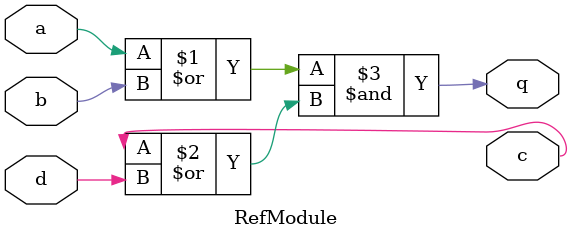
<source format=sv>

module RefModule (
  input a,
  input b,
  output c,
  input d,
  output q
);

  assign q = (a|b) & (c|d);

endmodule


</source>
